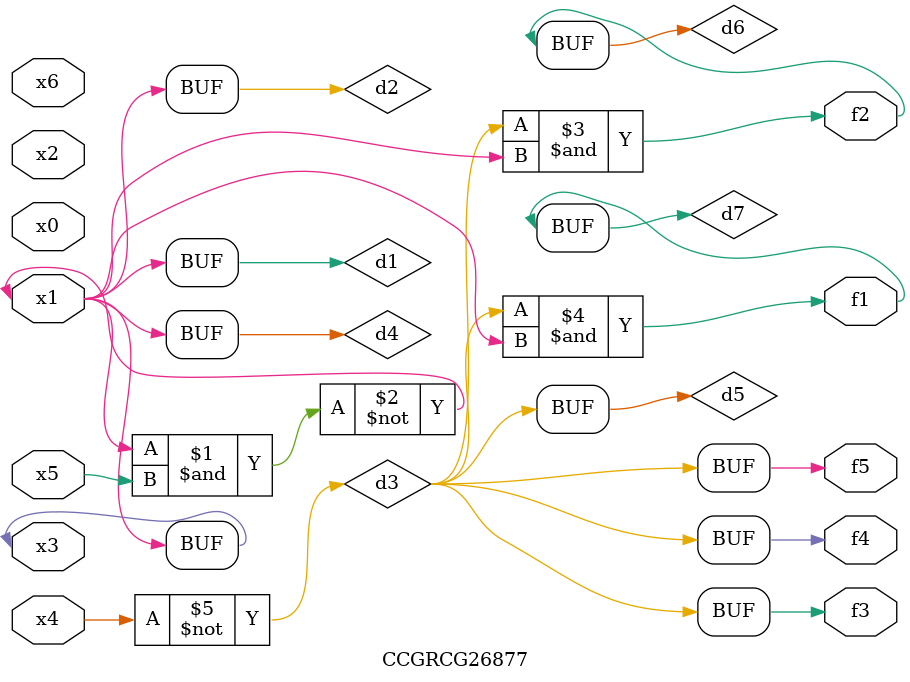
<source format=v>
module CCGRCG26877(
	input x0, x1, x2, x3, x4, x5, x6,
	output f1, f2, f3, f4, f5
);

	wire d1, d2, d3, d4, d5, d6, d7;

	buf (d1, x1, x3);
	nand (d2, x1, x5);
	not (d3, x4);
	buf (d4, d1, d2);
	buf (d5, d3);
	and (d6, d3, d4);
	and (d7, d3, d4);
	assign f1 = d7;
	assign f2 = d6;
	assign f3 = d5;
	assign f4 = d5;
	assign f5 = d5;
endmodule

</source>
